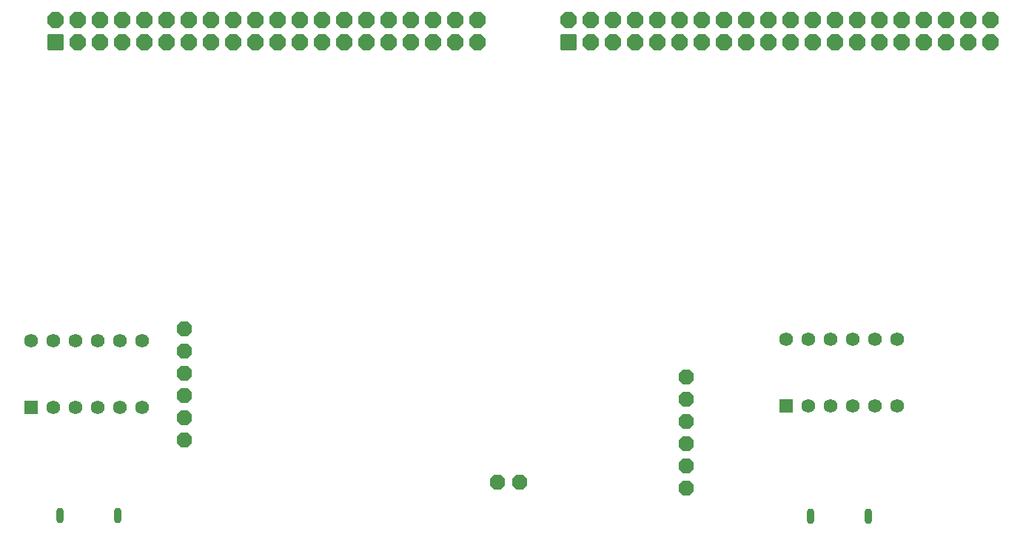
<source format=gbr>
%TF.GenerationSoftware,KiCad,Pcbnew,(7.0.0-0)*%
%TF.CreationDate,2023-04-08T13:25:50-06:00*%
%TF.ProjectId,Custom-Microcontroller-Project,43757374-6f6d-42d4-9d69-63726f636f6e,1*%
%TF.SameCoordinates,Original*%
%TF.FileFunction,Soldermask,Bot*%
%TF.FilePolarity,Negative*%
%FSLAX46Y46*%
G04 Gerber Fmt 4.6, Leading zero omitted, Abs format (unit mm)*
G04 Created by KiCad (PCBNEW (7.0.0-0)) date 2023-04-08 13:25:50*
%MOMM*%
%LPD*%
G01*
G04 APERTURE LIST*
G04 Aperture macros list*
%AMRoundRect*
0 Rectangle with rounded corners*
0 $1 Rounding radius*
0 $2 $3 $4 $5 $6 $7 $8 $9 X,Y pos of 4 corners*
0 Add a 4 corners polygon primitive as box body*
4,1,4,$2,$3,$4,$5,$6,$7,$8,$9,$2,$3,0*
0 Add four circle primitives for the rounded corners*
1,1,$1+$1,$2,$3*
1,1,$1+$1,$4,$5*
1,1,$1+$1,$6,$7*
1,1,$1+$1,$8,$9*
0 Add four rect primitives between the rounded corners*
20,1,$1+$1,$2,$3,$4,$5,0*
20,1,$1+$1,$4,$5,$6,$7,0*
20,1,$1+$1,$6,$7,$8,$9,0*
20,1,$1+$1,$8,$9,$2,$3,0*%
%AMFreePoly0*
4,1,25,0.354512,0.855866,0.387473,0.833842,0.833842,0.387473,0.855866,0.354512,0.863600,0.315631,0.863600,-0.315631,0.855866,-0.354512,0.833842,-0.387473,0.387473,-0.833842,0.354512,-0.855866,0.315631,-0.863600,-0.315631,-0.863600,-0.354512,-0.855866,-0.387473,-0.833842,-0.833842,-0.387473,-0.855866,-0.354512,-0.863600,-0.315631,-0.863600,0.315631,-0.855866,0.354512,-0.833842,0.387473,
-0.387473,0.833842,-0.354512,0.855866,-0.315631,0.863600,0.315631,0.863600,0.354512,0.855866,0.354512,0.855866,$1*%
%AMFreePoly1*
4,1,25,0.374394,0.903866,0.407355,0.881842,0.881842,0.407355,0.903866,0.374394,0.911600,0.335513,0.911600,-0.335513,0.903866,-0.374394,0.881842,-0.407355,0.407355,-0.881842,0.374394,-0.903866,0.335513,-0.911600,-0.335513,-0.911600,-0.374394,-0.903866,-0.407355,-0.881842,-0.881842,-0.407355,-0.903866,-0.374394,-0.911600,-0.335513,-0.911600,0.335513,-0.903866,0.374394,-0.881842,0.407355,
-0.407355,0.881842,-0.374394,0.903866,-0.335513,0.911600,0.335513,0.911600,0.374394,0.903866,0.374394,0.903866,$1*%
G04 Aperture macros list end*
%ADD10O,0.900000X1.800000*%
%ADD11FreePoly0,180.000000*%
%ADD12FreePoly0,0.000000*%
%ADD13R,1.580000X1.580000*%
%ADD14C,1.580000*%
%ADD15RoundRect,0.101600X0.810000X-0.810000X0.810000X0.810000X-0.810000X0.810000X-0.810000X-0.810000X0*%
%ADD16FreePoly1,90.000000*%
%ADD17FreePoly0,90.000000*%
G04 APERTURE END LIST*
D10*
%TO.C,J1*%
X92203999Y-122169299D03*
X98803999Y-122169299D03*
%TD*%
D11*
%TO.C,J10*%
X163830000Y-108889800D03*
X163830000Y-106349800D03*
%TD*%
D12*
%TO.C,J7*%
X106426000Y-100838000D03*
X106426000Y-103378000D03*
%TD*%
D13*
%TO.C,S1*%
X88897999Y-109786799D03*
D14*
X88898000Y-102166800D03*
X91438000Y-109786800D03*
X91438000Y-102166800D03*
X93978000Y-109786800D03*
X93978000Y-102166800D03*
X96518000Y-109786800D03*
X96518000Y-102166800D03*
X99058000Y-109786800D03*
X99058000Y-102166800D03*
X101598000Y-109786800D03*
X101598000Y-102166800D03*
%TD*%
D13*
%TO.C,S2*%
X175259999Y-109651799D03*
D14*
X175260000Y-102031800D03*
X177800000Y-109651800D03*
X177800000Y-102031800D03*
X180340000Y-109651800D03*
X180340000Y-102031800D03*
X182880000Y-109651800D03*
X182880000Y-102031800D03*
X185420000Y-109651800D03*
X185420000Y-102031800D03*
X187960000Y-109651800D03*
X187960000Y-102031800D03*
%TD*%
D11*
%TO.C,J9*%
X163830000Y-113969800D03*
X163830000Y-111429800D03*
%TD*%
D15*
%TO.C,J5*%
X150368000Y-68072000D03*
D16*
X152908000Y-68072000D03*
X155448000Y-68072000D03*
X157988000Y-68072000D03*
X160528000Y-68072000D03*
X163068000Y-68072000D03*
X165608000Y-68072000D03*
X168148000Y-68072000D03*
X170688000Y-68072000D03*
X173228000Y-68072000D03*
X175768000Y-68072000D03*
X178308000Y-68072000D03*
X180848000Y-68072000D03*
X183388000Y-68072000D03*
X185928000Y-68072000D03*
X188468000Y-68072000D03*
X191008000Y-68072000D03*
X193548000Y-68072000D03*
X196088000Y-68072000D03*
X198628000Y-68072000D03*
X150368000Y-65532000D03*
X152908000Y-65532000D03*
X155448000Y-65532000D03*
X157988000Y-65532000D03*
X160528000Y-65532000D03*
X163068000Y-65532000D03*
X165608000Y-65532000D03*
X168148000Y-65532000D03*
X170688000Y-65532000D03*
X173228000Y-65532000D03*
X175768000Y-65532000D03*
X178308000Y-65532000D03*
X180848000Y-65532000D03*
X183388000Y-65532000D03*
X185928000Y-65532000D03*
X188468000Y-65532000D03*
X191008000Y-65532000D03*
X193548000Y-65532000D03*
X196088000Y-65532000D03*
X198628000Y-65532000D03*
%TD*%
D12*
%TO.C,J12*%
X106426000Y-110998000D03*
X106426000Y-113538000D03*
%TD*%
%TO.C,J11*%
X106426000Y-105918000D03*
X106426000Y-108458000D03*
%TD*%
D15*
%TO.C,J2*%
X91694000Y-68072000D03*
D16*
X94234000Y-68072000D03*
X96774000Y-68072000D03*
X99314000Y-68072000D03*
X101854000Y-68072000D03*
X104394000Y-68072000D03*
X106934000Y-68072000D03*
X109474000Y-68072000D03*
X112014000Y-68072000D03*
X114554000Y-68072000D03*
X117094000Y-68072000D03*
X119634000Y-68072000D03*
X122174000Y-68072000D03*
X124714000Y-68072000D03*
X127254000Y-68072000D03*
X129794000Y-68072000D03*
X132334000Y-68072000D03*
X134874000Y-68072000D03*
X137414000Y-68072000D03*
X139954000Y-68072000D03*
X91694000Y-65532000D03*
X94234000Y-65532000D03*
X96774000Y-65532000D03*
X99314000Y-65532000D03*
X101854000Y-65532000D03*
X104394000Y-65532000D03*
X106934000Y-65532000D03*
X109474000Y-65532000D03*
X112014000Y-65532000D03*
X114554000Y-65532000D03*
X117094000Y-65532000D03*
X119634000Y-65532000D03*
X122174000Y-65532000D03*
X124714000Y-65532000D03*
X127254000Y-65532000D03*
X129794000Y-65532000D03*
X132334000Y-65532000D03*
X134874000Y-65532000D03*
X137414000Y-65532000D03*
X139954000Y-65532000D03*
%TD*%
D11*
%TO.C,J4*%
X163830000Y-119049800D03*
X163830000Y-116509800D03*
%TD*%
D10*
%TO.C,J3*%
X178055999Y-122232799D03*
X184655999Y-122232799D03*
%TD*%
D17*
%TO.C,J6*%
X142240000Y-118364000D03*
X144780000Y-118364000D03*
%TD*%
M02*

</source>
